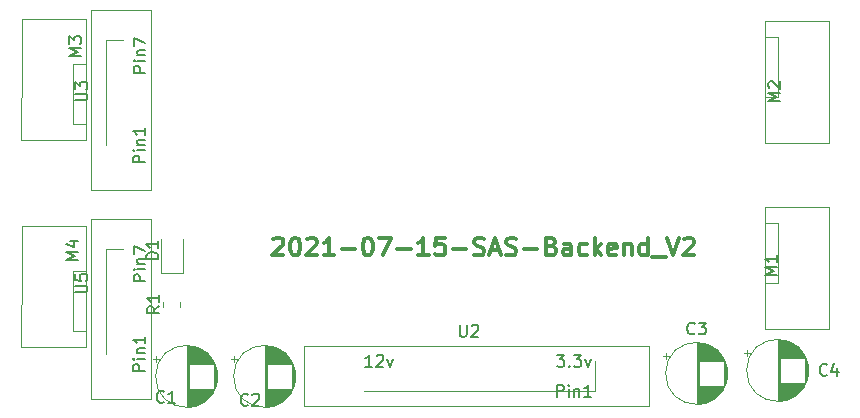
<source format=gbr>
%TF.GenerationSoftware,KiCad,Pcbnew,(5.1.10)-1*%
%TF.CreationDate,2021-07-16T07:11:48+08:00*%
%TF.ProjectId,2.5_SAS_Backend,322e355f-5341-4535-9f42-61636b656e64,rev?*%
%TF.SameCoordinates,Original*%
%TF.FileFunction,Legend,Top*%
%TF.FilePolarity,Positive*%
%FSLAX46Y46*%
G04 Gerber Fmt 4.6, Leading zero omitted, Abs format (unit mm)*
G04 Created by KiCad (PCBNEW (5.1.10)-1) date 2021-07-16 07:11:48*
%MOMM*%
%LPD*%
G01*
G04 APERTURE LIST*
%ADD10C,0.300000*%
%ADD11C,0.120000*%
%ADD12C,0.150000*%
G04 APERTURE END LIST*
D10*
X53298571Y-52661428D02*
X53370000Y-52590000D01*
X53512857Y-52518571D01*
X53870000Y-52518571D01*
X54012857Y-52590000D01*
X54084285Y-52661428D01*
X54155714Y-52804285D01*
X54155714Y-52947142D01*
X54084285Y-53161428D01*
X53227142Y-54018571D01*
X54155714Y-54018571D01*
X55084285Y-52518571D02*
X55227142Y-52518571D01*
X55370000Y-52590000D01*
X55441428Y-52661428D01*
X55512857Y-52804285D01*
X55584285Y-53090000D01*
X55584285Y-53447142D01*
X55512857Y-53732857D01*
X55441428Y-53875714D01*
X55370000Y-53947142D01*
X55227142Y-54018571D01*
X55084285Y-54018571D01*
X54941428Y-53947142D01*
X54870000Y-53875714D01*
X54798571Y-53732857D01*
X54727142Y-53447142D01*
X54727142Y-53090000D01*
X54798571Y-52804285D01*
X54870000Y-52661428D01*
X54941428Y-52590000D01*
X55084285Y-52518571D01*
X56155714Y-52661428D02*
X56227142Y-52590000D01*
X56370000Y-52518571D01*
X56727142Y-52518571D01*
X56870000Y-52590000D01*
X56941428Y-52661428D01*
X57012857Y-52804285D01*
X57012857Y-52947142D01*
X56941428Y-53161428D01*
X56084285Y-54018571D01*
X57012857Y-54018571D01*
X58441428Y-54018571D02*
X57584285Y-54018571D01*
X58012857Y-54018571D02*
X58012857Y-52518571D01*
X57870000Y-52732857D01*
X57727142Y-52875714D01*
X57584285Y-52947142D01*
X59084285Y-53447142D02*
X60227142Y-53447142D01*
X61227142Y-52518571D02*
X61370000Y-52518571D01*
X61512857Y-52590000D01*
X61584285Y-52661428D01*
X61655714Y-52804285D01*
X61727142Y-53090000D01*
X61727142Y-53447142D01*
X61655714Y-53732857D01*
X61584285Y-53875714D01*
X61512857Y-53947142D01*
X61370000Y-54018571D01*
X61227142Y-54018571D01*
X61084285Y-53947142D01*
X61012857Y-53875714D01*
X60941428Y-53732857D01*
X60870000Y-53447142D01*
X60870000Y-53090000D01*
X60941428Y-52804285D01*
X61012857Y-52661428D01*
X61084285Y-52590000D01*
X61227142Y-52518571D01*
X62227142Y-52518571D02*
X63227142Y-52518571D01*
X62584285Y-54018571D01*
X63798571Y-53447142D02*
X64941428Y-53447142D01*
X66441428Y-54018571D02*
X65584285Y-54018571D01*
X66012857Y-54018571D02*
X66012857Y-52518571D01*
X65870000Y-52732857D01*
X65727142Y-52875714D01*
X65584285Y-52947142D01*
X67798571Y-52518571D02*
X67084285Y-52518571D01*
X67012857Y-53232857D01*
X67084285Y-53161428D01*
X67227142Y-53090000D01*
X67584285Y-53090000D01*
X67727142Y-53161428D01*
X67798571Y-53232857D01*
X67870000Y-53375714D01*
X67870000Y-53732857D01*
X67798571Y-53875714D01*
X67727142Y-53947142D01*
X67584285Y-54018571D01*
X67227142Y-54018571D01*
X67084285Y-53947142D01*
X67012857Y-53875714D01*
X68512857Y-53447142D02*
X69655714Y-53447142D01*
X70298571Y-53947142D02*
X70512857Y-54018571D01*
X70870000Y-54018571D01*
X71012857Y-53947142D01*
X71084285Y-53875714D01*
X71155714Y-53732857D01*
X71155714Y-53590000D01*
X71084285Y-53447142D01*
X71012857Y-53375714D01*
X70870000Y-53304285D01*
X70584285Y-53232857D01*
X70441428Y-53161428D01*
X70370000Y-53090000D01*
X70298571Y-52947142D01*
X70298571Y-52804285D01*
X70370000Y-52661428D01*
X70441428Y-52590000D01*
X70584285Y-52518571D01*
X70941428Y-52518571D01*
X71155714Y-52590000D01*
X71727142Y-53590000D02*
X72441428Y-53590000D01*
X71584285Y-54018571D02*
X72084285Y-52518571D01*
X72584285Y-54018571D01*
X73012857Y-53947142D02*
X73227142Y-54018571D01*
X73584285Y-54018571D01*
X73727142Y-53947142D01*
X73798571Y-53875714D01*
X73870000Y-53732857D01*
X73870000Y-53590000D01*
X73798571Y-53447142D01*
X73727142Y-53375714D01*
X73584285Y-53304285D01*
X73298571Y-53232857D01*
X73155714Y-53161428D01*
X73084285Y-53090000D01*
X73012857Y-52947142D01*
X73012857Y-52804285D01*
X73084285Y-52661428D01*
X73155714Y-52590000D01*
X73298571Y-52518571D01*
X73655714Y-52518571D01*
X73870000Y-52590000D01*
X74512857Y-53447142D02*
X75655714Y-53447142D01*
X76870000Y-53232857D02*
X77084285Y-53304285D01*
X77155714Y-53375714D01*
X77227142Y-53518571D01*
X77227142Y-53732857D01*
X77155714Y-53875714D01*
X77084285Y-53947142D01*
X76941428Y-54018571D01*
X76370000Y-54018571D01*
X76370000Y-52518571D01*
X76870000Y-52518571D01*
X77012857Y-52590000D01*
X77084285Y-52661428D01*
X77155714Y-52804285D01*
X77155714Y-52947142D01*
X77084285Y-53090000D01*
X77012857Y-53161428D01*
X76870000Y-53232857D01*
X76370000Y-53232857D01*
X78512857Y-54018571D02*
X78512857Y-53232857D01*
X78441428Y-53090000D01*
X78298571Y-53018571D01*
X78012857Y-53018571D01*
X77870000Y-53090000D01*
X78512857Y-53947142D02*
X78370000Y-54018571D01*
X78012857Y-54018571D01*
X77870000Y-53947142D01*
X77798571Y-53804285D01*
X77798571Y-53661428D01*
X77870000Y-53518571D01*
X78012857Y-53447142D01*
X78370000Y-53447142D01*
X78512857Y-53375714D01*
X79870000Y-53947142D02*
X79727142Y-54018571D01*
X79441428Y-54018571D01*
X79298571Y-53947142D01*
X79227142Y-53875714D01*
X79155714Y-53732857D01*
X79155714Y-53304285D01*
X79227142Y-53161428D01*
X79298571Y-53090000D01*
X79441428Y-53018571D01*
X79727142Y-53018571D01*
X79870000Y-53090000D01*
X80512857Y-54018571D02*
X80512857Y-52518571D01*
X80655714Y-53447142D02*
X81084285Y-54018571D01*
X81084285Y-53018571D02*
X80512857Y-53590000D01*
X82298571Y-53947142D02*
X82155714Y-54018571D01*
X81870000Y-54018571D01*
X81727142Y-53947142D01*
X81655714Y-53804285D01*
X81655714Y-53232857D01*
X81727142Y-53090000D01*
X81870000Y-53018571D01*
X82155714Y-53018571D01*
X82298571Y-53090000D01*
X82370000Y-53232857D01*
X82370000Y-53375714D01*
X81655714Y-53518571D01*
X83012857Y-53018571D02*
X83012857Y-54018571D01*
X83012857Y-53161428D02*
X83084285Y-53090000D01*
X83227142Y-53018571D01*
X83441428Y-53018571D01*
X83584285Y-53090000D01*
X83655714Y-53232857D01*
X83655714Y-54018571D01*
X85012857Y-54018571D02*
X85012857Y-52518571D01*
X85012857Y-53947142D02*
X84870000Y-54018571D01*
X84584285Y-54018571D01*
X84441428Y-53947142D01*
X84370000Y-53875714D01*
X84298571Y-53732857D01*
X84298571Y-53304285D01*
X84370000Y-53161428D01*
X84441428Y-53090000D01*
X84584285Y-53018571D01*
X84870000Y-53018571D01*
X85012857Y-53090000D01*
X85370000Y-54161428D02*
X86512857Y-54161428D01*
X86655714Y-52518571D02*
X87155714Y-54018571D01*
X87655714Y-52518571D01*
X88084285Y-52661428D02*
X88155714Y-52590000D01*
X88298571Y-52518571D01*
X88655714Y-52518571D01*
X88798571Y-52590000D01*
X88870000Y-52661428D01*
X88941428Y-52804285D01*
X88941428Y-52947142D01*
X88870000Y-53161428D01*
X88012857Y-54018571D01*
X88941428Y-54018571D01*
D11*
%TO.C,C1*%
X48574000Y-64262000D02*
G75*
G03*
X48574000Y-64262000I-2620000J0D01*
G01*
X45954000Y-61682000D02*
X45954000Y-66842000D01*
X45994000Y-61682000D02*
X45994000Y-66842000D01*
X46034000Y-61683000D02*
X46034000Y-66841000D01*
X46074000Y-61684000D02*
X46074000Y-66840000D01*
X46114000Y-61686000D02*
X46114000Y-66838000D01*
X46154000Y-61689000D02*
X46154000Y-66835000D01*
X46194000Y-61693000D02*
X46194000Y-63222000D01*
X46194000Y-65302000D02*
X46194000Y-66831000D01*
X46234000Y-61697000D02*
X46234000Y-63222000D01*
X46234000Y-65302000D02*
X46234000Y-66827000D01*
X46274000Y-61701000D02*
X46274000Y-63222000D01*
X46274000Y-65302000D02*
X46274000Y-66823000D01*
X46314000Y-61706000D02*
X46314000Y-63222000D01*
X46314000Y-65302000D02*
X46314000Y-66818000D01*
X46354000Y-61712000D02*
X46354000Y-63222000D01*
X46354000Y-65302000D02*
X46354000Y-66812000D01*
X46394000Y-61719000D02*
X46394000Y-63222000D01*
X46394000Y-65302000D02*
X46394000Y-66805000D01*
X46434000Y-61726000D02*
X46434000Y-63222000D01*
X46434000Y-65302000D02*
X46434000Y-66798000D01*
X46474000Y-61734000D02*
X46474000Y-63222000D01*
X46474000Y-65302000D02*
X46474000Y-66790000D01*
X46514000Y-61742000D02*
X46514000Y-63222000D01*
X46514000Y-65302000D02*
X46514000Y-66782000D01*
X46554000Y-61751000D02*
X46554000Y-63222000D01*
X46554000Y-65302000D02*
X46554000Y-66773000D01*
X46594000Y-61761000D02*
X46594000Y-63222000D01*
X46594000Y-65302000D02*
X46594000Y-66763000D01*
X46634000Y-61771000D02*
X46634000Y-63222000D01*
X46634000Y-65302000D02*
X46634000Y-66753000D01*
X46675000Y-61782000D02*
X46675000Y-63222000D01*
X46675000Y-65302000D02*
X46675000Y-66742000D01*
X46715000Y-61794000D02*
X46715000Y-63222000D01*
X46715000Y-65302000D02*
X46715000Y-66730000D01*
X46755000Y-61807000D02*
X46755000Y-63222000D01*
X46755000Y-65302000D02*
X46755000Y-66717000D01*
X46795000Y-61820000D02*
X46795000Y-63222000D01*
X46795000Y-65302000D02*
X46795000Y-66704000D01*
X46835000Y-61834000D02*
X46835000Y-63222000D01*
X46835000Y-65302000D02*
X46835000Y-66690000D01*
X46875000Y-61848000D02*
X46875000Y-63222000D01*
X46875000Y-65302000D02*
X46875000Y-66676000D01*
X46915000Y-61864000D02*
X46915000Y-63222000D01*
X46915000Y-65302000D02*
X46915000Y-66660000D01*
X46955000Y-61880000D02*
X46955000Y-63222000D01*
X46955000Y-65302000D02*
X46955000Y-66644000D01*
X46995000Y-61897000D02*
X46995000Y-63222000D01*
X46995000Y-65302000D02*
X46995000Y-66627000D01*
X47035000Y-61914000D02*
X47035000Y-63222000D01*
X47035000Y-65302000D02*
X47035000Y-66610000D01*
X47075000Y-61933000D02*
X47075000Y-63222000D01*
X47075000Y-65302000D02*
X47075000Y-66591000D01*
X47115000Y-61952000D02*
X47115000Y-63222000D01*
X47115000Y-65302000D02*
X47115000Y-66572000D01*
X47155000Y-61972000D02*
X47155000Y-63222000D01*
X47155000Y-65302000D02*
X47155000Y-66552000D01*
X47195000Y-61994000D02*
X47195000Y-63222000D01*
X47195000Y-65302000D02*
X47195000Y-66530000D01*
X47235000Y-62015000D02*
X47235000Y-63222000D01*
X47235000Y-65302000D02*
X47235000Y-66509000D01*
X47275000Y-62038000D02*
X47275000Y-63222000D01*
X47275000Y-65302000D02*
X47275000Y-66486000D01*
X47315000Y-62062000D02*
X47315000Y-63222000D01*
X47315000Y-65302000D02*
X47315000Y-66462000D01*
X47355000Y-62087000D02*
X47355000Y-63222000D01*
X47355000Y-65302000D02*
X47355000Y-66437000D01*
X47395000Y-62113000D02*
X47395000Y-63222000D01*
X47395000Y-65302000D02*
X47395000Y-66411000D01*
X47435000Y-62140000D02*
X47435000Y-63222000D01*
X47435000Y-65302000D02*
X47435000Y-66384000D01*
X47475000Y-62167000D02*
X47475000Y-63222000D01*
X47475000Y-65302000D02*
X47475000Y-66357000D01*
X47515000Y-62197000D02*
X47515000Y-63222000D01*
X47515000Y-65302000D02*
X47515000Y-66327000D01*
X47555000Y-62227000D02*
X47555000Y-63222000D01*
X47555000Y-65302000D02*
X47555000Y-66297000D01*
X47595000Y-62258000D02*
X47595000Y-63222000D01*
X47595000Y-65302000D02*
X47595000Y-66266000D01*
X47635000Y-62291000D02*
X47635000Y-63222000D01*
X47635000Y-65302000D02*
X47635000Y-66233000D01*
X47675000Y-62325000D02*
X47675000Y-63222000D01*
X47675000Y-65302000D02*
X47675000Y-66199000D01*
X47715000Y-62361000D02*
X47715000Y-63222000D01*
X47715000Y-65302000D02*
X47715000Y-66163000D01*
X47755000Y-62398000D02*
X47755000Y-63222000D01*
X47755000Y-65302000D02*
X47755000Y-66126000D01*
X47795000Y-62436000D02*
X47795000Y-63222000D01*
X47795000Y-65302000D02*
X47795000Y-66088000D01*
X47835000Y-62477000D02*
X47835000Y-63222000D01*
X47835000Y-65302000D02*
X47835000Y-66047000D01*
X47875000Y-62519000D02*
X47875000Y-63222000D01*
X47875000Y-65302000D02*
X47875000Y-66005000D01*
X47915000Y-62563000D02*
X47915000Y-63222000D01*
X47915000Y-65302000D02*
X47915000Y-65961000D01*
X47955000Y-62609000D02*
X47955000Y-63222000D01*
X47955000Y-65302000D02*
X47955000Y-65915000D01*
X47995000Y-62657000D02*
X47995000Y-63222000D01*
X47995000Y-65302000D02*
X47995000Y-65867000D01*
X48035000Y-62708000D02*
X48035000Y-63222000D01*
X48035000Y-65302000D02*
X48035000Y-65816000D01*
X48075000Y-62762000D02*
X48075000Y-63222000D01*
X48075000Y-65302000D02*
X48075000Y-65762000D01*
X48115000Y-62819000D02*
X48115000Y-63222000D01*
X48115000Y-65302000D02*
X48115000Y-65705000D01*
X48155000Y-62879000D02*
X48155000Y-63222000D01*
X48155000Y-65302000D02*
X48155000Y-65645000D01*
X48195000Y-62943000D02*
X48195000Y-63222000D01*
X48195000Y-65302000D02*
X48195000Y-65581000D01*
X48235000Y-63011000D02*
X48235000Y-63222000D01*
X48235000Y-65302000D02*
X48235000Y-65513000D01*
X48275000Y-63084000D02*
X48275000Y-65440000D01*
X48315000Y-63164000D02*
X48315000Y-65360000D01*
X48355000Y-63251000D02*
X48355000Y-65273000D01*
X48395000Y-63347000D02*
X48395000Y-65177000D01*
X48435000Y-63457000D02*
X48435000Y-65067000D01*
X48475000Y-63585000D02*
X48475000Y-64939000D01*
X48515000Y-63744000D02*
X48515000Y-64780000D01*
X48555000Y-63978000D02*
X48555000Y-64546000D01*
X43149225Y-62787000D02*
X43649225Y-62787000D01*
X43399225Y-62537000D02*
X43399225Y-63037000D01*
%TO.C,M4*%
X31954000Y-61802000D02*
X32004000Y-54702000D01*
X32004000Y-54702000D02*
X32004000Y-51502000D01*
X32004000Y-51502000D02*
X37436000Y-51502000D01*
X37436000Y-51502000D02*
X37436000Y-61802000D01*
X37436000Y-61802000D02*
X31954000Y-61802000D01*
X37336000Y-60452000D02*
X36326000Y-60452000D01*
X36326000Y-60452000D02*
X36326000Y-55372000D01*
X36326000Y-55372000D02*
X37336000Y-55372000D01*
%TO.C,M3*%
X31954000Y-44276000D02*
X32004000Y-37176000D01*
X32004000Y-37176000D02*
X32004000Y-33976000D01*
X32004000Y-33976000D02*
X37436000Y-33976000D01*
X37436000Y-33976000D02*
X37436000Y-44276000D01*
X37436000Y-44276000D02*
X31954000Y-44276000D01*
X37336000Y-42926000D02*
X36326000Y-42926000D01*
X36326000Y-42926000D02*
X36326000Y-37846000D01*
X36326000Y-37846000D02*
X37336000Y-37846000D01*
%TO.C,M2*%
X100380000Y-34210000D02*
X100330000Y-41310000D01*
X100330000Y-41310000D02*
X100330000Y-44510000D01*
X100330000Y-44510000D02*
X94898000Y-44510000D01*
X94898000Y-44510000D02*
X94898000Y-34210000D01*
X94898000Y-34210000D02*
X100380000Y-34210000D01*
X94998000Y-35560000D02*
X96008000Y-35560000D01*
X96008000Y-35560000D02*
X96008000Y-40640000D01*
X96008000Y-40640000D02*
X94998000Y-40640000D01*
%TO.C,M1*%
X100380000Y-49958000D02*
X100330000Y-57058000D01*
X100330000Y-57058000D02*
X100330000Y-60258000D01*
X100330000Y-60258000D02*
X94898000Y-60258000D01*
X94898000Y-60258000D02*
X94898000Y-49958000D01*
X94898000Y-49958000D02*
X100380000Y-49958000D01*
X94998000Y-51308000D02*
X96008000Y-51308000D01*
X96008000Y-51308000D02*
X96008000Y-56388000D01*
X96008000Y-56388000D02*
X94998000Y-56388000D01*
%TO.C,R1*%
X43969000Y-58393064D02*
X43969000Y-57938936D01*
X45439000Y-58393064D02*
X45439000Y-57938936D01*
%TO.C,D1*%
X43794000Y-52594000D02*
X43794000Y-55479000D01*
X43794000Y-55479000D02*
X45614000Y-55479000D01*
X45614000Y-55479000D02*
X45614000Y-52594000D01*
%TO.C,C4*%
X98612000Y-63754000D02*
G75*
G03*
X98612000Y-63754000I-2620000J0D01*
G01*
X95992000Y-61174000D02*
X95992000Y-66334000D01*
X96032000Y-61174000D02*
X96032000Y-66334000D01*
X96072000Y-61175000D02*
X96072000Y-66333000D01*
X96112000Y-61176000D02*
X96112000Y-66332000D01*
X96152000Y-61178000D02*
X96152000Y-66330000D01*
X96192000Y-61181000D02*
X96192000Y-66327000D01*
X96232000Y-61185000D02*
X96232000Y-62714000D01*
X96232000Y-64794000D02*
X96232000Y-66323000D01*
X96272000Y-61189000D02*
X96272000Y-62714000D01*
X96272000Y-64794000D02*
X96272000Y-66319000D01*
X96312000Y-61193000D02*
X96312000Y-62714000D01*
X96312000Y-64794000D02*
X96312000Y-66315000D01*
X96352000Y-61198000D02*
X96352000Y-62714000D01*
X96352000Y-64794000D02*
X96352000Y-66310000D01*
X96392000Y-61204000D02*
X96392000Y-62714000D01*
X96392000Y-64794000D02*
X96392000Y-66304000D01*
X96432000Y-61211000D02*
X96432000Y-62714000D01*
X96432000Y-64794000D02*
X96432000Y-66297000D01*
X96472000Y-61218000D02*
X96472000Y-62714000D01*
X96472000Y-64794000D02*
X96472000Y-66290000D01*
X96512000Y-61226000D02*
X96512000Y-62714000D01*
X96512000Y-64794000D02*
X96512000Y-66282000D01*
X96552000Y-61234000D02*
X96552000Y-62714000D01*
X96552000Y-64794000D02*
X96552000Y-66274000D01*
X96592000Y-61243000D02*
X96592000Y-62714000D01*
X96592000Y-64794000D02*
X96592000Y-66265000D01*
X96632000Y-61253000D02*
X96632000Y-62714000D01*
X96632000Y-64794000D02*
X96632000Y-66255000D01*
X96672000Y-61263000D02*
X96672000Y-62714000D01*
X96672000Y-64794000D02*
X96672000Y-66245000D01*
X96713000Y-61274000D02*
X96713000Y-62714000D01*
X96713000Y-64794000D02*
X96713000Y-66234000D01*
X96753000Y-61286000D02*
X96753000Y-62714000D01*
X96753000Y-64794000D02*
X96753000Y-66222000D01*
X96793000Y-61299000D02*
X96793000Y-62714000D01*
X96793000Y-64794000D02*
X96793000Y-66209000D01*
X96833000Y-61312000D02*
X96833000Y-62714000D01*
X96833000Y-64794000D02*
X96833000Y-66196000D01*
X96873000Y-61326000D02*
X96873000Y-62714000D01*
X96873000Y-64794000D02*
X96873000Y-66182000D01*
X96913000Y-61340000D02*
X96913000Y-62714000D01*
X96913000Y-64794000D02*
X96913000Y-66168000D01*
X96953000Y-61356000D02*
X96953000Y-62714000D01*
X96953000Y-64794000D02*
X96953000Y-66152000D01*
X96993000Y-61372000D02*
X96993000Y-62714000D01*
X96993000Y-64794000D02*
X96993000Y-66136000D01*
X97033000Y-61389000D02*
X97033000Y-62714000D01*
X97033000Y-64794000D02*
X97033000Y-66119000D01*
X97073000Y-61406000D02*
X97073000Y-62714000D01*
X97073000Y-64794000D02*
X97073000Y-66102000D01*
X97113000Y-61425000D02*
X97113000Y-62714000D01*
X97113000Y-64794000D02*
X97113000Y-66083000D01*
X97153000Y-61444000D02*
X97153000Y-62714000D01*
X97153000Y-64794000D02*
X97153000Y-66064000D01*
X97193000Y-61464000D02*
X97193000Y-62714000D01*
X97193000Y-64794000D02*
X97193000Y-66044000D01*
X97233000Y-61486000D02*
X97233000Y-62714000D01*
X97233000Y-64794000D02*
X97233000Y-66022000D01*
X97273000Y-61507000D02*
X97273000Y-62714000D01*
X97273000Y-64794000D02*
X97273000Y-66001000D01*
X97313000Y-61530000D02*
X97313000Y-62714000D01*
X97313000Y-64794000D02*
X97313000Y-65978000D01*
X97353000Y-61554000D02*
X97353000Y-62714000D01*
X97353000Y-64794000D02*
X97353000Y-65954000D01*
X97393000Y-61579000D02*
X97393000Y-62714000D01*
X97393000Y-64794000D02*
X97393000Y-65929000D01*
X97433000Y-61605000D02*
X97433000Y-62714000D01*
X97433000Y-64794000D02*
X97433000Y-65903000D01*
X97473000Y-61632000D02*
X97473000Y-62714000D01*
X97473000Y-64794000D02*
X97473000Y-65876000D01*
X97513000Y-61659000D02*
X97513000Y-62714000D01*
X97513000Y-64794000D02*
X97513000Y-65849000D01*
X97553000Y-61689000D02*
X97553000Y-62714000D01*
X97553000Y-64794000D02*
X97553000Y-65819000D01*
X97593000Y-61719000D02*
X97593000Y-62714000D01*
X97593000Y-64794000D02*
X97593000Y-65789000D01*
X97633000Y-61750000D02*
X97633000Y-62714000D01*
X97633000Y-64794000D02*
X97633000Y-65758000D01*
X97673000Y-61783000D02*
X97673000Y-62714000D01*
X97673000Y-64794000D02*
X97673000Y-65725000D01*
X97713000Y-61817000D02*
X97713000Y-62714000D01*
X97713000Y-64794000D02*
X97713000Y-65691000D01*
X97753000Y-61853000D02*
X97753000Y-62714000D01*
X97753000Y-64794000D02*
X97753000Y-65655000D01*
X97793000Y-61890000D02*
X97793000Y-62714000D01*
X97793000Y-64794000D02*
X97793000Y-65618000D01*
X97833000Y-61928000D02*
X97833000Y-62714000D01*
X97833000Y-64794000D02*
X97833000Y-65580000D01*
X97873000Y-61969000D02*
X97873000Y-62714000D01*
X97873000Y-64794000D02*
X97873000Y-65539000D01*
X97913000Y-62011000D02*
X97913000Y-62714000D01*
X97913000Y-64794000D02*
X97913000Y-65497000D01*
X97953000Y-62055000D02*
X97953000Y-62714000D01*
X97953000Y-64794000D02*
X97953000Y-65453000D01*
X97993000Y-62101000D02*
X97993000Y-62714000D01*
X97993000Y-64794000D02*
X97993000Y-65407000D01*
X98033000Y-62149000D02*
X98033000Y-62714000D01*
X98033000Y-64794000D02*
X98033000Y-65359000D01*
X98073000Y-62200000D02*
X98073000Y-62714000D01*
X98073000Y-64794000D02*
X98073000Y-65308000D01*
X98113000Y-62254000D02*
X98113000Y-62714000D01*
X98113000Y-64794000D02*
X98113000Y-65254000D01*
X98153000Y-62311000D02*
X98153000Y-62714000D01*
X98153000Y-64794000D02*
X98153000Y-65197000D01*
X98193000Y-62371000D02*
X98193000Y-62714000D01*
X98193000Y-64794000D02*
X98193000Y-65137000D01*
X98233000Y-62435000D02*
X98233000Y-62714000D01*
X98233000Y-64794000D02*
X98233000Y-65073000D01*
X98273000Y-62503000D02*
X98273000Y-62714000D01*
X98273000Y-64794000D02*
X98273000Y-65005000D01*
X98313000Y-62576000D02*
X98313000Y-64932000D01*
X98353000Y-62656000D02*
X98353000Y-64852000D01*
X98393000Y-62743000D02*
X98393000Y-64765000D01*
X98433000Y-62839000D02*
X98433000Y-64669000D01*
X98473000Y-62949000D02*
X98473000Y-64559000D01*
X98513000Y-63077000D02*
X98513000Y-64431000D01*
X98553000Y-63236000D02*
X98553000Y-64272000D01*
X98593000Y-63470000D02*
X98593000Y-64038000D01*
X93187225Y-62279000D02*
X93687225Y-62279000D01*
X93437225Y-62029000D02*
X93437225Y-62529000D01*
%TO.C,C3*%
X91754000Y-64008000D02*
G75*
G03*
X91754000Y-64008000I-2620000J0D01*
G01*
X89134000Y-61428000D02*
X89134000Y-66588000D01*
X89174000Y-61428000D02*
X89174000Y-66588000D01*
X89214000Y-61429000D02*
X89214000Y-66587000D01*
X89254000Y-61430000D02*
X89254000Y-66586000D01*
X89294000Y-61432000D02*
X89294000Y-66584000D01*
X89334000Y-61435000D02*
X89334000Y-66581000D01*
X89374000Y-61439000D02*
X89374000Y-62968000D01*
X89374000Y-65048000D02*
X89374000Y-66577000D01*
X89414000Y-61443000D02*
X89414000Y-62968000D01*
X89414000Y-65048000D02*
X89414000Y-66573000D01*
X89454000Y-61447000D02*
X89454000Y-62968000D01*
X89454000Y-65048000D02*
X89454000Y-66569000D01*
X89494000Y-61452000D02*
X89494000Y-62968000D01*
X89494000Y-65048000D02*
X89494000Y-66564000D01*
X89534000Y-61458000D02*
X89534000Y-62968000D01*
X89534000Y-65048000D02*
X89534000Y-66558000D01*
X89574000Y-61465000D02*
X89574000Y-62968000D01*
X89574000Y-65048000D02*
X89574000Y-66551000D01*
X89614000Y-61472000D02*
X89614000Y-62968000D01*
X89614000Y-65048000D02*
X89614000Y-66544000D01*
X89654000Y-61480000D02*
X89654000Y-62968000D01*
X89654000Y-65048000D02*
X89654000Y-66536000D01*
X89694000Y-61488000D02*
X89694000Y-62968000D01*
X89694000Y-65048000D02*
X89694000Y-66528000D01*
X89734000Y-61497000D02*
X89734000Y-62968000D01*
X89734000Y-65048000D02*
X89734000Y-66519000D01*
X89774000Y-61507000D02*
X89774000Y-62968000D01*
X89774000Y-65048000D02*
X89774000Y-66509000D01*
X89814000Y-61517000D02*
X89814000Y-62968000D01*
X89814000Y-65048000D02*
X89814000Y-66499000D01*
X89855000Y-61528000D02*
X89855000Y-62968000D01*
X89855000Y-65048000D02*
X89855000Y-66488000D01*
X89895000Y-61540000D02*
X89895000Y-62968000D01*
X89895000Y-65048000D02*
X89895000Y-66476000D01*
X89935000Y-61553000D02*
X89935000Y-62968000D01*
X89935000Y-65048000D02*
X89935000Y-66463000D01*
X89975000Y-61566000D02*
X89975000Y-62968000D01*
X89975000Y-65048000D02*
X89975000Y-66450000D01*
X90015000Y-61580000D02*
X90015000Y-62968000D01*
X90015000Y-65048000D02*
X90015000Y-66436000D01*
X90055000Y-61594000D02*
X90055000Y-62968000D01*
X90055000Y-65048000D02*
X90055000Y-66422000D01*
X90095000Y-61610000D02*
X90095000Y-62968000D01*
X90095000Y-65048000D02*
X90095000Y-66406000D01*
X90135000Y-61626000D02*
X90135000Y-62968000D01*
X90135000Y-65048000D02*
X90135000Y-66390000D01*
X90175000Y-61643000D02*
X90175000Y-62968000D01*
X90175000Y-65048000D02*
X90175000Y-66373000D01*
X90215000Y-61660000D02*
X90215000Y-62968000D01*
X90215000Y-65048000D02*
X90215000Y-66356000D01*
X90255000Y-61679000D02*
X90255000Y-62968000D01*
X90255000Y-65048000D02*
X90255000Y-66337000D01*
X90295000Y-61698000D02*
X90295000Y-62968000D01*
X90295000Y-65048000D02*
X90295000Y-66318000D01*
X90335000Y-61718000D02*
X90335000Y-62968000D01*
X90335000Y-65048000D02*
X90335000Y-66298000D01*
X90375000Y-61740000D02*
X90375000Y-62968000D01*
X90375000Y-65048000D02*
X90375000Y-66276000D01*
X90415000Y-61761000D02*
X90415000Y-62968000D01*
X90415000Y-65048000D02*
X90415000Y-66255000D01*
X90455000Y-61784000D02*
X90455000Y-62968000D01*
X90455000Y-65048000D02*
X90455000Y-66232000D01*
X90495000Y-61808000D02*
X90495000Y-62968000D01*
X90495000Y-65048000D02*
X90495000Y-66208000D01*
X90535000Y-61833000D02*
X90535000Y-62968000D01*
X90535000Y-65048000D02*
X90535000Y-66183000D01*
X90575000Y-61859000D02*
X90575000Y-62968000D01*
X90575000Y-65048000D02*
X90575000Y-66157000D01*
X90615000Y-61886000D02*
X90615000Y-62968000D01*
X90615000Y-65048000D02*
X90615000Y-66130000D01*
X90655000Y-61913000D02*
X90655000Y-62968000D01*
X90655000Y-65048000D02*
X90655000Y-66103000D01*
X90695000Y-61943000D02*
X90695000Y-62968000D01*
X90695000Y-65048000D02*
X90695000Y-66073000D01*
X90735000Y-61973000D02*
X90735000Y-62968000D01*
X90735000Y-65048000D02*
X90735000Y-66043000D01*
X90775000Y-62004000D02*
X90775000Y-62968000D01*
X90775000Y-65048000D02*
X90775000Y-66012000D01*
X90815000Y-62037000D02*
X90815000Y-62968000D01*
X90815000Y-65048000D02*
X90815000Y-65979000D01*
X90855000Y-62071000D02*
X90855000Y-62968000D01*
X90855000Y-65048000D02*
X90855000Y-65945000D01*
X90895000Y-62107000D02*
X90895000Y-62968000D01*
X90895000Y-65048000D02*
X90895000Y-65909000D01*
X90935000Y-62144000D02*
X90935000Y-62968000D01*
X90935000Y-65048000D02*
X90935000Y-65872000D01*
X90975000Y-62182000D02*
X90975000Y-62968000D01*
X90975000Y-65048000D02*
X90975000Y-65834000D01*
X91015000Y-62223000D02*
X91015000Y-62968000D01*
X91015000Y-65048000D02*
X91015000Y-65793000D01*
X91055000Y-62265000D02*
X91055000Y-62968000D01*
X91055000Y-65048000D02*
X91055000Y-65751000D01*
X91095000Y-62309000D02*
X91095000Y-62968000D01*
X91095000Y-65048000D02*
X91095000Y-65707000D01*
X91135000Y-62355000D02*
X91135000Y-62968000D01*
X91135000Y-65048000D02*
X91135000Y-65661000D01*
X91175000Y-62403000D02*
X91175000Y-62968000D01*
X91175000Y-65048000D02*
X91175000Y-65613000D01*
X91215000Y-62454000D02*
X91215000Y-62968000D01*
X91215000Y-65048000D02*
X91215000Y-65562000D01*
X91255000Y-62508000D02*
X91255000Y-62968000D01*
X91255000Y-65048000D02*
X91255000Y-65508000D01*
X91295000Y-62565000D02*
X91295000Y-62968000D01*
X91295000Y-65048000D02*
X91295000Y-65451000D01*
X91335000Y-62625000D02*
X91335000Y-62968000D01*
X91335000Y-65048000D02*
X91335000Y-65391000D01*
X91375000Y-62689000D02*
X91375000Y-62968000D01*
X91375000Y-65048000D02*
X91375000Y-65327000D01*
X91415000Y-62757000D02*
X91415000Y-62968000D01*
X91415000Y-65048000D02*
X91415000Y-65259000D01*
X91455000Y-62830000D02*
X91455000Y-65186000D01*
X91495000Y-62910000D02*
X91495000Y-65106000D01*
X91535000Y-62997000D02*
X91535000Y-65019000D01*
X91575000Y-63093000D02*
X91575000Y-64923000D01*
X91615000Y-63203000D02*
X91615000Y-64813000D01*
X91655000Y-63331000D02*
X91655000Y-64685000D01*
X91695000Y-63490000D02*
X91695000Y-64526000D01*
X91735000Y-63724000D02*
X91735000Y-64292000D01*
X86329225Y-62533000D02*
X86829225Y-62533000D01*
X86579225Y-62283000D02*
X86579225Y-62783000D01*
%TO.C,C2*%
X55178000Y-64262000D02*
G75*
G03*
X55178000Y-64262000I-2620000J0D01*
G01*
X52558000Y-61682000D02*
X52558000Y-66842000D01*
X52598000Y-61682000D02*
X52598000Y-66842000D01*
X52638000Y-61683000D02*
X52638000Y-66841000D01*
X52678000Y-61684000D02*
X52678000Y-66840000D01*
X52718000Y-61686000D02*
X52718000Y-66838000D01*
X52758000Y-61689000D02*
X52758000Y-66835000D01*
X52798000Y-61693000D02*
X52798000Y-63222000D01*
X52798000Y-65302000D02*
X52798000Y-66831000D01*
X52838000Y-61697000D02*
X52838000Y-63222000D01*
X52838000Y-65302000D02*
X52838000Y-66827000D01*
X52878000Y-61701000D02*
X52878000Y-63222000D01*
X52878000Y-65302000D02*
X52878000Y-66823000D01*
X52918000Y-61706000D02*
X52918000Y-63222000D01*
X52918000Y-65302000D02*
X52918000Y-66818000D01*
X52958000Y-61712000D02*
X52958000Y-63222000D01*
X52958000Y-65302000D02*
X52958000Y-66812000D01*
X52998000Y-61719000D02*
X52998000Y-63222000D01*
X52998000Y-65302000D02*
X52998000Y-66805000D01*
X53038000Y-61726000D02*
X53038000Y-63222000D01*
X53038000Y-65302000D02*
X53038000Y-66798000D01*
X53078000Y-61734000D02*
X53078000Y-63222000D01*
X53078000Y-65302000D02*
X53078000Y-66790000D01*
X53118000Y-61742000D02*
X53118000Y-63222000D01*
X53118000Y-65302000D02*
X53118000Y-66782000D01*
X53158000Y-61751000D02*
X53158000Y-63222000D01*
X53158000Y-65302000D02*
X53158000Y-66773000D01*
X53198000Y-61761000D02*
X53198000Y-63222000D01*
X53198000Y-65302000D02*
X53198000Y-66763000D01*
X53238000Y-61771000D02*
X53238000Y-63222000D01*
X53238000Y-65302000D02*
X53238000Y-66753000D01*
X53279000Y-61782000D02*
X53279000Y-63222000D01*
X53279000Y-65302000D02*
X53279000Y-66742000D01*
X53319000Y-61794000D02*
X53319000Y-63222000D01*
X53319000Y-65302000D02*
X53319000Y-66730000D01*
X53359000Y-61807000D02*
X53359000Y-63222000D01*
X53359000Y-65302000D02*
X53359000Y-66717000D01*
X53399000Y-61820000D02*
X53399000Y-63222000D01*
X53399000Y-65302000D02*
X53399000Y-66704000D01*
X53439000Y-61834000D02*
X53439000Y-63222000D01*
X53439000Y-65302000D02*
X53439000Y-66690000D01*
X53479000Y-61848000D02*
X53479000Y-63222000D01*
X53479000Y-65302000D02*
X53479000Y-66676000D01*
X53519000Y-61864000D02*
X53519000Y-63222000D01*
X53519000Y-65302000D02*
X53519000Y-66660000D01*
X53559000Y-61880000D02*
X53559000Y-63222000D01*
X53559000Y-65302000D02*
X53559000Y-66644000D01*
X53599000Y-61897000D02*
X53599000Y-63222000D01*
X53599000Y-65302000D02*
X53599000Y-66627000D01*
X53639000Y-61914000D02*
X53639000Y-63222000D01*
X53639000Y-65302000D02*
X53639000Y-66610000D01*
X53679000Y-61933000D02*
X53679000Y-63222000D01*
X53679000Y-65302000D02*
X53679000Y-66591000D01*
X53719000Y-61952000D02*
X53719000Y-63222000D01*
X53719000Y-65302000D02*
X53719000Y-66572000D01*
X53759000Y-61972000D02*
X53759000Y-63222000D01*
X53759000Y-65302000D02*
X53759000Y-66552000D01*
X53799000Y-61994000D02*
X53799000Y-63222000D01*
X53799000Y-65302000D02*
X53799000Y-66530000D01*
X53839000Y-62015000D02*
X53839000Y-63222000D01*
X53839000Y-65302000D02*
X53839000Y-66509000D01*
X53879000Y-62038000D02*
X53879000Y-63222000D01*
X53879000Y-65302000D02*
X53879000Y-66486000D01*
X53919000Y-62062000D02*
X53919000Y-63222000D01*
X53919000Y-65302000D02*
X53919000Y-66462000D01*
X53959000Y-62087000D02*
X53959000Y-63222000D01*
X53959000Y-65302000D02*
X53959000Y-66437000D01*
X53999000Y-62113000D02*
X53999000Y-63222000D01*
X53999000Y-65302000D02*
X53999000Y-66411000D01*
X54039000Y-62140000D02*
X54039000Y-63222000D01*
X54039000Y-65302000D02*
X54039000Y-66384000D01*
X54079000Y-62167000D02*
X54079000Y-63222000D01*
X54079000Y-65302000D02*
X54079000Y-66357000D01*
X54119000Y-62197000D02*
X54119000Y-63222000D01*
X54119000Y-65302000D02*
X54119000Y-66327000D01*
X54159000Y-62227000D02*
X54159000Y-63222000D01*
X54159000Y-65302000D02*
X54159000Y-66297000D01*
X54199000Y-62258000D02*
X54199000Y-63222000D01*
X54199000Y-65302000D02*
X54199000Y-66266000D01*
X54239000Y-62291000D02*
X54239000Y-63222000D01*
X54239000Y-65302000D02*
X54239000Y-66233000D01*
X54279000Y-62325000D02*
X54279000Y-63222000D01*
X54279000Y-65302000D02*
X54279000Y-66199000D01*
X54319000Y-62361000D02*
X54319000Y-63222000D01*
X54319000Y-65302000D02*
X54319000Y-66163000D01*
X54359000Y-62398000D02*
X54359000Y-63222000D01*
X54359000Y-65302000D02*
X54359000Y-66126000D01*
X54399000Y-62436000D02*
X54399000Y-63222000D01*
X54399000Y-65302000D02*
X54399000Y-66088000D01*
X54439000Y-62477000D02*
X54439000Y-63222000D01*
X54439000Y-65302000D02*
X54439000Y-66047000D01*
X54479000Y-62519000D02*
X54479000Y-63222000D01*
X54479000Y-65302000D02*
X54479000Y-66005000D01*
X54519000Y-62563000D02*
X54519000Y-63222000D01*
X54519000Y-65302000D02*
X54519000Y-65961000D01*
X54559000Y-62609000D02*
X54559000Y-63222000D01*
X54559000Y-65302000D02*
X54559000Y-65915000D01*
X54599000Y-62657000D02*
X54599000Y-63222000D01*
X54599000Y-65302000D02*
X54599000Y-65867000D01*
X54639000Y-62708000D02*
X54639000Y-63222000D01*
X54639000Y-65302000D02*
X54639000Y-65816000D01*
X54679000Y-62762000D02*
X54679000Y-63222000D01*
X54679000Y-65302000D02*
X54679000Y-65762000D01*
X54719000Y-62819000D02*
X54719000Y-63222000D01*
X54719000Y-65302000D02*
X54719000Y-65705000D01*
X54759000Y-62879000D02*
X54759000Y-63222000D01*
X54759000Y-65302000D02*
X54759000Y-65645000D01*
X54799000Y-62943000D02*
X54799000Y-63222000D01*
X54799000Y-65302000D02*
X54799000Y-65581000D01*
X54839000Y-63011000D02*
X54839000Y-63222000D01*
X54839000Y-65302000D02*
X54839000Y-65513000D01*
X54879000Y-63084000D02*
X54879000Y-65440000D01*
X54919000Y-63164000D02*
X54919000Y-65360000D01*
X54959000Y-63251000D02*
X54959000Y-65273000D01*
X54999000Y-63347000D02*
X54999000Y-65177000D01*
X55039000Y-63457000D02*
X55039000Y-65067000D01*
X55079000Y-63585000D02*
X55079000Y-64939000D01*
X55119000Y-63744000D02*
X55119000Y-64780000D01*
X55159000Y-63978000D02*
X55159000Y-64546000D01*
X49753225Y-62787000D02*
X50253225Y-62787000D01*
X50003225Y-62537000D02*
X50003225Y-63037000D01*
%TO.C,U2*%
X85090000Y-66802000D02*
X85090000Y-61722000D01*
X85090000Y-61722000D02*
X55880000Y-61722000D01*
X55880000Y-61722000D02*
X55880000Y-66802000D01*
X55880000Y-66802000D02*
X85090000Y-66802000D01*
X80568800Y-62992000D02*
X80568800Y-65532000D01*
X80543400Y-65532000D02*
X60960000Y-65532000D01*
%TO.C,U5*%
X37846000Y-66174000D02*
X42926000Y-66174000D01*
X42926000Y-66174000D02*
X42926000Y-50934000D01*
X42926000Y-50934000D02*
X37846000Y-50934000D01*
X37846000Y-50934000D02*
X37846000Y-66174000D01*
X39116000Y-62364000D02*
X39116000Y-54744000D01*
X39116000Y-54744000D02*
X39116000Y-53474000D01*
X39116000Y-53474000D02*
X40614600Y-53474000D01*
%TO.C,U3*%
X37846000Y-48514000D02*
X42926000Y-48514000D01*
X42926000Y-48514000D02*
X42926000Y-33274000D01*
X42926000Y-33274000D02*
X37846000Y-33274000D01*
X37846000Y-33274000D02*
X37846000Y-48514000D01*
X39116000Y-44704000D02*
X39116000Y-37084000D01*
X39116000Y-37084000D02*
X39116000Y-35814000D01*
X39116000Y-35814000D02*
X40614600Y-35814000D01*
%TO.C,C1*%
D12*
X44029333Y-66397142D02*
X43981714Y-66444761D01*
X43838857Y-66492380D01*
X43743619Y-66492380D01*
X43600761Y-66444761D01*
X43505523Y-66349523D01*
X43457904Y-66254285D01*
X43410285Y-66063809D01*
X43410285Y-65920952D01*
X43457904Y-65730476D01*
X43505523Y-65635238D01*
X43600761Y-65540000D01*
X43743619Y-65492380D01*
X43838857Y-65492380D01*
X43981714Y-65540000D01*
X44029333Y-65587619D01*
X44981714Y-66492380D02*
X44410285Y-66492380D01*
X44696000Y-66492380D02*
X44696000Y-65492380D01*
X44600761Y-65635238D01*
X44505523Y-65730476D01*
X44410285Y-65778095D01*
%TO.C,M4*%
X36774380Y-54403523D02*
X35774380Y-54403523D01*
X36488666Y-54070190D01*
X35774380Y-53736857D01*
X36774380Y-53736857D01*
X36107714Y-52832095D02*
X36774380Y-52832095D01*
X35726761Y-53070190D02*
X36441047Y-53308285D01*
X36441047Y-52689238D01*
%TO.C,M3*%
X37028380Y-37131523D02*
X36028380Y-37131523D01*
X36742666Y-36798190D01*
X36028380Y-36464857D01*
X37028380Y-36464857D01*
X36028380Y-36083904D02*
X36028380Y-35464857D01*
X36409333Y-35798190D01*
X36409333Y-35655333D01*
X36456952Y-35560095D01*
X36504571Y-35512476D01*
X36599809Y-35464857D01*
X36837904Y-35464857D01*
X36933142Y-35512476D01*
X36980761Y-35560095D01*
X37028380Y-35655333D01*
X37028380Y-35941047D01*
X36980761Y-36036285D01*
X36933142Y-36083904D01*
%TO.C,M2*%
X96210380Y-40941523D02*
X95210380Y-40941523D01*
X95924666Y-40608190D01*
X95210380Y-40274857D01*
X96210380Y-40274857D01*
X95305619Y-39846285D02*
X95258000Y-39798666D01*
X95210380Y-39703428D01*
X95210380Y-39465333D01*
X95258000Y-39370095D01*
X95305619Y-39322476D01*
X95400857Y-39274857D01*
X95496095Y-39274857D01*
X95638952Y-39322476D01*
X96210380Y-39893904D01*
X96210380Y-39274857D01*
%TO.C,M1*%
X95956380Y-55673523D02*
X94956380Y-55673523D01*
X95670666Y-55340190D01*
X94956380Y-55006857D01*
X95956380Y-55006857D01*
X95956380Y-54006857D02*
X95956380Y-54578285D01*
X95956380Y-54292571D02*
X94956380Y-54292571D01*
X95099238Y-54387809D01*
X95194476Y-54483047D01*
X95242095Y-54578285D01*
%TO.C,R1*%
X43632380Y-58332666D02*
X43156190Y-58666000D01*
X43632380Y-58904095D02*
X42632380Y-58904095D01*
X42632380Y-58523142D01*
X42680000Y-58427904D01*
X42727619Y-58380285D01*
X42822857Y-58332666D01*
X42965714Y-58332666D01*
X43060952Y-58380285D01*
X43108571Y-58427904D01*
X43156190Y-58523142D01*
X43156190Y-58904095D01*
X43632380Y-57380285D02*
X43632380Y-57951714D01*
X43632380Y-57666000D02*
X42632380Y-57666000D01*
X42775238Y-57761238D01*
X42870476Y-57856476D01*
X42918095Y-57951714D01*
%TO.C,D1*%
X43556380Y-54332095D02*
X42556380Y-54332095D01*
X42556380Y-54094000D01*
X42604000Y-53951142D01*
X42699238Y-53855904D01*
X42794476Y-53808285D01*
X42984952Y-53760666D01*
X43127809Y-53760666D01*
X43318285Y-53808285D01*
X43413523Y-53855904D01*
X43508761Y-53951142D01*
X43556380Y-54094000D01*
X43556380Y-54332095D01*
X43556380Y-52808285D02*
X43556380Y-53379714D01*
X43556380Y-53094000D02*
X42556380Y-53094000D01*
X42699238Y-53189238D01*
X42794476Y-53284476D01*
X42842095Y-53379714D01*
%TO.C,C4*%
X100163333Y-64111142D02*
X100115714Y-64158761D01*
X99972857Y-64206380D01*
X99877619Y-64206380D01*
X99734761Y-64158761D01*
X99639523Y-64063523D01*
X99591904Y-63968285D01*
X99544285Y-63777809D01*
X99544285Y-63634952D01*
X99591904Y-63444476D01*
X99639523Y-63349238D01*
X99734761Y-63254000D01*
X99877619Y-63206380D01*
X99972857Y-63206380D01*
X100115714Y-63254000D01*
X100163333Y-63301619D01*
X101020476Y-63539714D02*
X101020476Y-64206380D01*
X100782380Y-63158761D02*
X100544285Y-63873047D01*
X101163333Y-63873047D01*
%TO.C,C3*%
X88967333Y-60615142D02*
X88919714Y-60662761D01*
X88776857Y-60710380D01*
X88681619Y-60710380D01*
X88538761Y-60662761D01*
X88443523Y-60567523D01*
X88395904Y-60472285D01*
X88348285Y-60281809D01*
X88348285Y-60138952D01*
X88395904Y-59948476D01*
X88443523Y-59853238D01*
X88538761Y-59758000D01*
X88681619Y-59710380D01*
X88776857Y-59710380D01*
X88919714Y-59758000D01*
X88967333Y-59805619D01*
X89300666Y-59710380D02*
X89919714Y-59710380D01*
X89586380Y-60091333D01*
X89729238Y-60091333D01*
X89824476Y-60138952D01*
X89872095Y-60186571D01*
X89919714Y-60281809D01*
X89919714Y-60519904D01*
X89872095Y-60615142D01*
X89824476Y-60662761D01*
X89729238Y-60710380D01*
X89443523Y-60710380D01*
X89348285Y-60662761D01*
X89300666Y-60615142D01*
%TO.C,C2*%
X51141333Y-66651142D02*
X51093714Y-66698761D01*
X50950857Y-66746380D01*
X50855619Y-66746380D01*
X50712761Y-66698761D01*
X50617523Y-66603523D01*
X50569904Y-66508285D01*
X50522285Y-66317809D01*
X50522285Y-66174952D01*
X50569904Y-65984476D01*
X50617523Y-65889238D01*
X50712761Y-65794000D01*
X50855619Y-65746380D01*
X50950857Y-65746380D01*
X51093714Y-65794000D01*
X51141333Y-65841619D01*
X51522285Y-65841619D02*
X51569904Y-65794000D01*
X51665142Y-65746380D01*
X51903238Y-65746380D01*
X51998476Y-65794000D01*
X52046095Y-65841619D01*
X52093714Y-65936857D01*
X52093714Y-66032095D01*
X52046095Y-66174952D01*
X51474666Y-66746380D01*
X52093714Y-66746380D01*
%TO.C,U2*%
X69088095Y-59904380D02*
X69088095Y-60713904D01*
X69135714Y-60809142D01*
X69183333Y-60856761D01*
X69278571Y-60904380D01*
X69469047Y-60904380D01*
X69564285Y-60856761D01*
X69611904Y-60809142D01*
X69659523Y-60713904D01*
X69659523Y-59904380D01*
X70088095Y-59999619D02*
X70135714Y-59952000D01*
X70230952Y-59904380D01*
X70469047Y-59904380D01*
X70564285Y-59952000D01*
X70611904Y-59999619D01*
X70659523Y-60094857D01*
X70659523Y-60190095D01*
X70611904Y-60332952D01*
X70040476Y-60904380D01*
X70659523Y-60904380D01*
X77311428Y-65984380D02*
X77311428Y-64984380D01*
X77692380Y-64984380D01*
X77787619Y-65032000D01*
X77835238Y-65079619D01*
X77882857Y-65174857D01*
X77882857Y-65317714D01*
X77835238Y-65412952D01*
X77787619Y-65460571D01*
X77692380Y-65508190D01*
X77311428Y-65508190D01*
X78311428Y-65984380D02*
X78311428Y-65317714D01*
X78311428Y-64984380D02*
X78263809Y-65032000D01*
X78311428Y-65079619D01*
X78359047Y-65032000D01*
X78311428Y-64984380D01*
X78311428Y-65079619D01*
X78787619Y-65317714D02*
X78787619Y-65984380D01*
X78787619Y-65412952D02*
X78835238Y-65365333D01*
X78930476Y-65317714D01*
X79073333Y-65317714D01*
X79168571Y-65365333D01*
X79216190Y-65460571D01*
X79216190Y-65984380D01*
X80216190Y-65984380D02*
X79644761Y-65984380D01*
X79930476Y-65984380D02*
X79930476Y-64984380D01*
X79835238Y-65127238D01*
X79740000Y-65222476D01*
X79644761Y-65270095D01*
X61658571Y-63444380D02*
X61087142Y-63444380D01*
X61372857Y-63444380D02*
X61372857Y-62444380D01*
X61277619Y-62587238D01*
X61182380Y-62682476D01*
X61087142Y-62730095D01*
X62039523Y-62539619D02*
X62087142Y-62492000D01*
X62182380Y-62444380D01*
X62420476Y-62444380D01*
X62515714Y-62492000D01*
X62563333Y-62539619D01*
X62610952Y-62634857D01*
X62610952Y-62730095D01*
X62563333Y-62872952D01*
X61991904Y-63444380D01*
X62610952Y-63444380D01*
X62944285Y-62777714D02*
X63182380Y-63444380D01*
X63420476Y-62777714D01*
X77311428Y-62444380D02*
X77930476Y-62444380D01*
X77597142Y-62825333D01*
X77740000Y-62825333D01*
X77835238Y-62872952D01*
X77882857Y-62920571D01*
X77930476Y-63015809D01*
X77930476Y-63253904D01*
X77882857Y-63349142D01*
X77835238Y-63396761D01*
X77740000Y-63444380D01*
X77454285Y-63444380D01*
X77359047Y-63396761D01*
X77311428Y-63349142D01*
X78359047Y-63349142D02*
X78406666Y-63396761D01*
X78359047Y-63444380D01*
X78311428Y-63396761D01*
X78359047Y-63349142D01*
X78359047Y-63444380D01*
X78740000Y-62444380D02*
X79359047Y-62444380D01*
X79025714Y-62825333D01*
X79168571Y-62825333D01*
X79263809Y-62872952D01*
X79311428Y-62920571D01*
X79359047Y-63015809D01*
X79359047Y-63253904D01*
X79311428Y-63349142D01*
X79263809Y-63396761D01*
X79168571Y-63444380D01*
X78882857Y-63444380D01*
X78787619Y-63396761D01*
X78740000Y-63349142D01*
X79692380Y-62777714D02*
X79930476Y-63444380D01*
X80168571Y-62777714D01*
%TO.C,U5*%
X36536380Y-57149904D02*
X37345904Y-57149904D01*
X37441142Y-57102285D01*
X37488761Y-57054666D01*
X37536380Y-56959428D01*
X37536380Y-56768952D01*
X37488761Y-56673714D01*
X37441142Y-56626095D01*
X37345904Y-56578476D01*
X36536380Y-56578476D01*
X36536380Y-55626095D02*
X36536380Y-56102285D01*
X37012571Y-56149904D01*
X36964952Y-56102285D01*
X36917333Y-56007047D01*
X36917333Y-55768952D01*
X36964952Y-55673714D01*
X37012571Y-55626095D01*
X37107809Y-55578476D01*
X37345904Y-55578476D01*
X37441142Y-55626095D01*
X37488761Y-55673714D01*
X37536380Y-55768952D01*
X37536380Y-56007047D01*
X37488761Y-56102285D01*
X37441142Y-56149904D01*
X42463980Y-56197971D02*
X41463980Y-56197971D01*
X41463980Y-55817019D01*
X41511600Y-55721780D01*
X41559219Y-55674161D01*
X41654457Y-55626542D01*
X41797314Y-55626542D01*
X41892552Y-55674161D01*
X41940171Y-55721780D01*
X41987790Y-55817019D01*
X41987790Y-56197971D01*
X42463980Y-55197971D02*
X41797314Y-55197971D01*
X41463980Y-55197971D02*
X41511600Y-55245590D01*
X41559219Y-55197971D01*
X41511600Y-55150352D01*
X41463980Y-55197971D01*
X41559219Y-55197971D01*
X41797314Y-54721780D02*
X42463980Y-54721780D01*
X41892552Y-54721780D02*
X41844933Y-54674161D01*
X41797314Y-54578923D01*
X41797314Y-54436066D01*
X41844933Y-54340828D01*
X41940171Y-54293209D01*
X42463980Y-54293209D01*
X41463980Y-53912257D02*
X41463980Y-53245590D01*
X42463980Y-53674161D01*
X42438580Y-63792571D02*
X41438580Y-63792571D01*
X41438580Y-63411619D01*
X41486200Y-63316380D01*
X41533819Y-63268761D01*
X41629057Y-63221142D01*
X41771914Y-63221142D01*
X41867152Y-63268761D01*
X41914771Y-63316380D01*
X41962390Y-63411619D01*
X41962390Y-63792571D01*
X42438580Y-62792571D02*
X41771914Y-62792571D01*
X41438580Y-62792571D02*
X41486200Y-62840190D01*
X41533819Y-62792571D01*
X41486200Y-62744952D01*
X41438580Y-62792571D01*
X41533819Y-62792571D01*
X41771914Y-62316380D02*
X42438580Y-62316380D01*
X41867152Y-62316380D02*
X41819533Y-62268761D01*
X41771914Y-62173523D01*
X41771914Y-62030666D01*
X41819533Y-61935428D01*
X41914771Y-61887809D01*
X42438580Y-61887809D01*
X42438580Y-60887809D02*
X42438580Y-61459238D01*
X42438580Y-61173523D02*
X41438580Y-61173523D01*
X41581438Y-61268761D01*
X41676676Y-61364000D01*
X41724295Y-61459238D01*
%TO.C,U3*%
X36536380Y-40893904D02*
X37345904Y-40893904D01*
X37441142Y-40846285D01*
X37488761Y-40798666D01*
X37536380Y-40703428D01*
X37536380Y-40512952D01*
X37488761Y-40417714D01*
X37441142Y-40370095D01*
X37345904Y-40322476D01*
X36536380Y-40322476D01*
X36536380Y-39941523D02*
X36536380Y-39322476D01*
X36917333Y-39655809D01*
X36917333Y-39512952D01*
X36964952Y-39417714D01*
X37012571Y-39370095D01*
X37107809Y-39322476D01*
X37345904Y-39322476D01*
X37441142Y-39370095D01*
X37488761Y-39417714D01*
X37536380Y-39512952D01*
X37536380Y-39798666D01*
X37488761Y-39893904D01*
X37441142Y-39941523D01*
X42463980Y-38537971D02*
X41463980Y-38537971D01*
X41463980Y-38157019D01*
X41511600Y-38061780D01*
X41559219Y-38014161D01*
X41654457Y-37966542D01*
X41797314Y-37966542D01*
X41892552Y-38014161D01*
X41940171Y-38061780D01*
X41987790Y-38157019D01*
X41987790Y-38537971D01*
X42463980Y-37537971D02*
X41797314Y-37537971D01*
X41463980Y-37537971D02*
X41511600Y-37585590D01*
X41559219Y-37537971D01*
X41511600Y-37490352D01*
X41463980Y-37537971D01*
X41559219Y-37537971D01*
X41797314Y-37061780D02*
X42463980Y-37061780D01*
X41892552Y-37061780D02*
X41844933Y-37014161D01*
X41797314Y-36918923D01*
X41797314Y-36776066D01*
X41844933Y-36680828D01*
X41940171Y-36633209D01*
X42463980Y-36633209D01*
X41463980Y-36252257D02*
X41463980Y-35585590D01*
X42463980Y-36014161D01*
X42438580Y-46132571D02*
X41438580Y-46132571D01*
X41438580Y-45751619D01*
X41486200Y-45656380D01*
X41533819Y-45608761D01*
X41629057Y-45561142D01*
X41771914Y-45561142D01*
X41867152Y-45608761D01*
X41914771Y-45656380D01*
X41962390Y-45751619D01*
X41962390Y-46132571D01*
X42438580Y-45132571D02*
X41771914Y-45132571D01*
X41438580Y-45132571D02*
X41486200Y-45180190D01*
X41533819Y-45132571D01*
X41486200Y-45084952D01*
X41438580Y-45132571D01*
X41533819Y-45132571D01*
X41771914Y-44656380D02*
X42438580Y-44656380D01*
X41867152Y-44656380D02*
X41819533Y-44608761D01*
X41771914Y-44513523D01*
X41771914Y-44370666D01*
X41819533Y-44275428D01*
X41914771Y-44227809D01*
X42438580Y-44227809D01*
X42438580Y-43227809D02*
X42438580Y-43799238D01*
X42438580Y-43513523D02*
X41438580Y-43513523D01*
X41581438Y-43608761D01*
X41676676Y-43704000D01*
X41724295Y-43799238D01*
%TD*%
M02*

</source>
